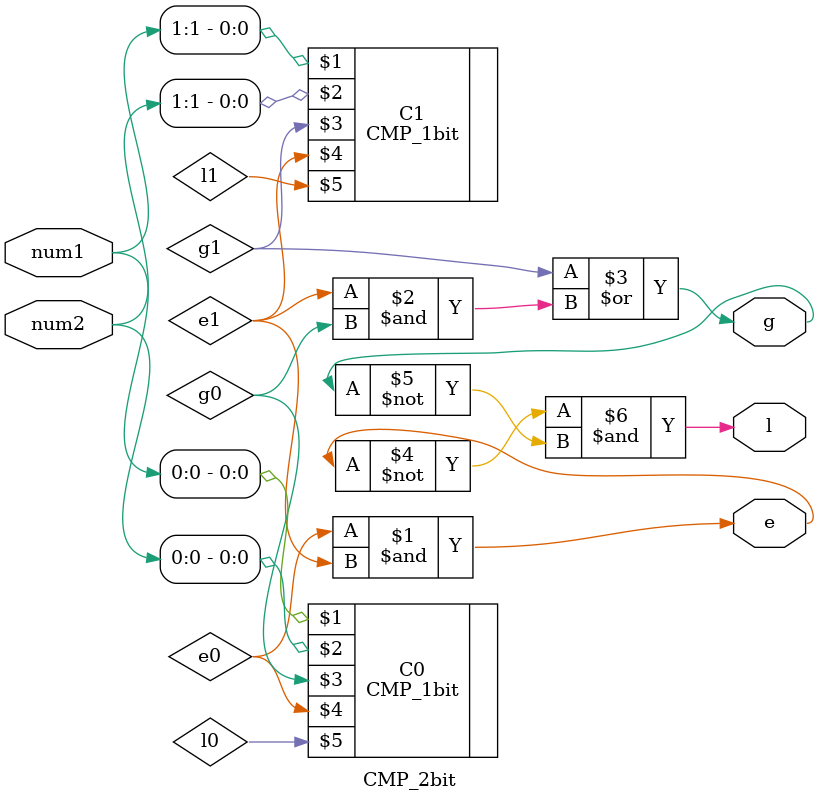
<source format=v>




module CMP_2bit #(
    parameter N = 2
) (
    input [N-1:0] num1,num2,
    output g,e,l
);


wire e0,e1,g0,g1,l0,l1;


CMP_1bit C0 (num1[0],num2[0],g0,e0,l0);
CMP_1bit C1 (num1[1],num2[1],g1,e1,l1);

assign e = e0 & e1;
assign g = g1 | (e1 & g0);
assign l = ~e & ~g; 

endmodule
</source>
